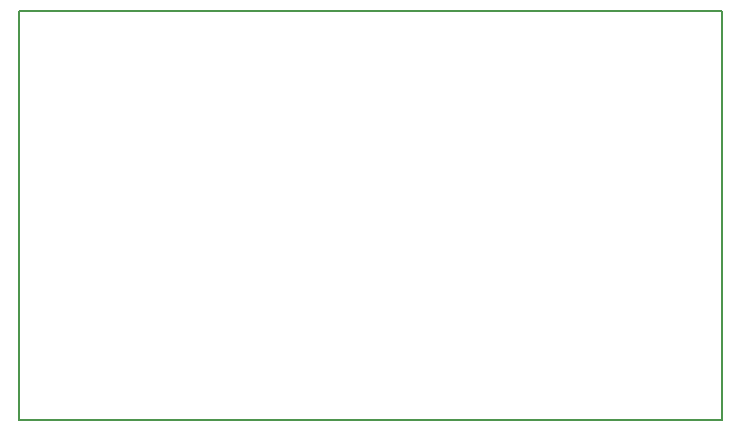
<source format=gm1>
G04 MADE WITH FRITZING*
G04 WWW.FRITZING.ORG*
G04 DOUBLE SIDED*
G04 HOLES PLATED*
G04 CONTOUR ON CENTER OF CONTOUR VECTOR*
%ASAXBY*%
%FSLAX23Y23*%
%MOIN*%
%OFA0B0*%
%SFA1.0B1.0*%
%ADD10R,2.352630X1.372900*%
%ADD11C,0.008000*%
%ADD10C,0.008*%
%LNCONTOUR*%
G90*
G70*
G54D10*
G54D11*
X4Y1369D02*
X2349Y1369D01*
X2349Y4D01*
X4Y4D01*
X4Y1369D01*
D02*
G04 End of contour*
M02*
</source>
